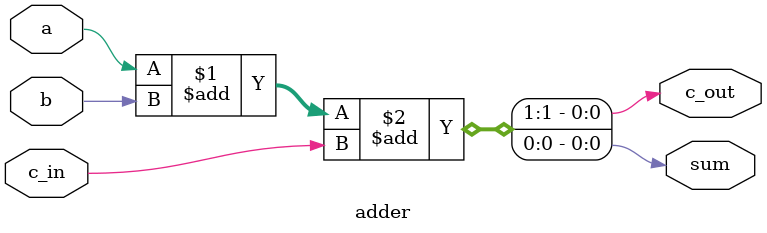
<source format=v>
module  adder(output wire c_out, sum, input wire a, b, c_in);
  assign {c_out, sum} = a + b + c_in; 
endmodule
</source>
